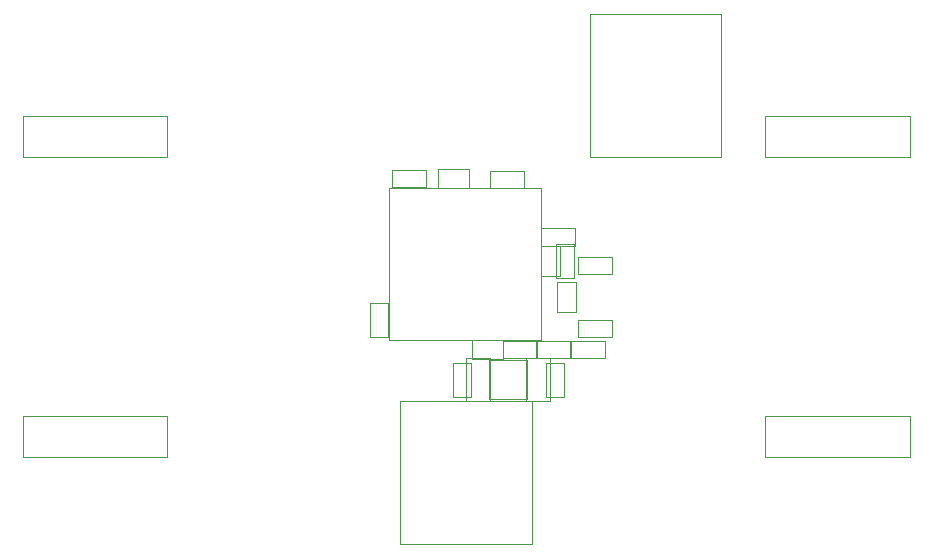
<source format=gbr>
G04 #@! TF.FileFunction,Other,User*
%FSLAX46Y46*%
G04 Gerber Fmt 4.6, Leading zero omitted, Abs format (unit mm)*
G04 Created by KiCad (PCBNEW 4.0.2-stable) date 2016年09月17日 星期六 10:25:48*
%MOMM*%
G01*
G04 APERTURE LIST*
%ADD10C,0.100000*%
%ADD11C,0.050000*%
G04 APERTURE END LIST*
D10*
D11*
X149368000Y-98320000D02*
X149368000Y-94720000D01*
X151368000Y-98320000D02*
X151368000Y-94720000D01*
X149368000Y-98320000D02*
X151368000Y-98320000D01*
X149368000Y-94720000D02*
X151368000Y-94720000D01*
X144288000Y-98320000D02*
X144288000Y-94720000D01*
X146288000Y-98320000D02*
X146288000Y-94720000D01*
X144288000Y-98320000D02*
X146288000Y-98320000D01*
X144288000Y-94720000D02*
X146288000Y-94720000D01*
X152515000Y-95070000D02*
X152515000Y-97970000D01*
X151015000Y-95070000D02*
X151015000Y-97970000D01*
X152515000Y-95070000D02*
X151015000Y-95070000D01*
X152515000Y-97970000D02*
X151015000Y-97970000D01*
X144641000Y-95070000D02*
X144641000Y-97970000D01*
X143141000Y-95070000D02*
X143141000Y-97970000D01*
X144641000Y-95070000D02*
X143141000Y-95070000D01*
X144641000Y-97970000D02*
X143141000Y-97970000D01*
X147394000Y-93230000D02*
X150294000Y-93230000D01*
X147394000Y-94730000D02*
X150294000Y-94730000D01*
X147394000Y-93230000D02*
X147394000Y-94730000D01*
X150294000Y-93230000D02*
X150294000Y-94730000D01*
X153744000Y-86118000D02*
X156644000Y-86118000D01*
X153744000Y-87618000D02*
X156644000Y-87618000D01*
X153744000Y-86118000D02*
X153744000Y-87618000D01*
X156644000Y-86118000D02*
X156644000Y-87618000D01*
X156644000Y-92952000D02*
X153744000Y-92952000D01*
X156644000Y-91452000D02*
X153744000Y-91452000D01*
X156644000Y-92952000D02*
X156644000Y-91452000D01*
X153744000Y-92952000D02*
X153744000Y-91452000D01*
X153109000Y-93230000D02*
X156009000Y-93230000D01*
X153109000Y-94730000D02*
X156009000Y-94730000D01*
X153109000Y-93230000D02*
X153109000Y-94730000D01*
X156009000Y-93230000D02*
X156009000Y-94730000D01*
X151904000Y-87937000D02*
X151904000Y-85037000D01*
X153404000Y-87937000D02*
X153404000Y-85037000D01*
X151904000Y-87937000D02*
X153404000Y-87937000D01*
X151904000Y-85037000D02*
X153404000Y-85037000D01*
X150569000Y-83705000D02*
X153469000Y-83705000D01*
X150569000Y-85205000D02*
X153469000Y-85205000D01*
X150569000Y-83705000D02*
X150569000Y-85205000D01*
X153469000Y-83705000D02*
X153469000Y-85205000D01*
X153088000Y-94730000D02*
X150188000Y-94730000D01*
X153088000Y-93230000D02*
X150188000Y-93230000D01*
X153088000Y-94730000D02*
X153088000Y-93230000D01*
X150188000Y-94730000D02*
X150188000Y-93230000D01*
X137656000Y-89990000D02*
X137656000Y-92890000D01*
X136156000Y-89990000D02*
X136156000Y-92890000D01*
X137656000Y-89990000D02*
X136156000Y-89990000D01*
X137656000Y-92890000D02*
X136156000Y-92890000D01*
X146251000Y-78815500D02*
X149151000Y-78815500D01*
X146251000Y-80315500D02*
X149151000Y-80315500D01*
X146251000Y-78815500D02*
X146251000Y-80315500D01*
X149151000Y-78815500D02*
X149151000Y-80315500D01*
X140896000Y-80252000D02*
X137996000Y-80252000D01*
X140896000Y-78752000D02*
X137996000Y-78752000D01*
X140896000Y-80252000D02*
X140896000Y-78752000D01*
X137996000Y-80252000D02*
X137996000Y-78752000D01*
X169596000Y-74196000D02*
X169596000Y-77696000D01*
X181846000Y-74196000D02*
X181846000Y-77696000D01*
X169596000Y-74196000D02*
X181846000Y-74196000D01*
X169596000Y-77696000D02*
X181846000Y-77696000D01*
X169596000Y-99596000D02*
X169596000Y-103096000D01*
X181846000Y-99596000D02*
X181846000Y-103096000D01*
X169596000Y-99596000D02*
X181846000Y-99596000D01*
X169596000Y-103096000D02*
X181846000Y-103096000D01*
X118948000Y-77696000D02*
X118948000Y-74196000D01*
X106698000Y-77696000D02*
X106698000Y-74196000D01*
X118948000Y-77696000D02*
X106698000Y-77696000D01*
X118948000Y-74196000D02*
X106698000Y-74196000D01*
X118948000Y-103096000D02*
X118948000Y-99596000D01*
X106698000Y-103096000D02*
X106698000Y-99596000D01*
X118948000Y-103096000D02*
X106698000Y-103096000D01*
X118948000Y-99596000D02*
X106698000Y-99596000D01*
X149832000Y-98322000D02*
X138682000Y-98322000D01*
X149832000Y-110472000D02*
X138682000Y-110472000D01*
X149832000Y-98322000D02*
X149832000Y-110472000D01*
X138682000Y-98322000D02*
X138682000Y-110472000D01*
X154714000Y-77700000D02*
X165864000Y-77700000D01*
X154714000Y-65550000D02*
X165864000Y-65550000D01*
X154714000Y-77700000D02*
X154714000Y-65550000D01*
X165864000Y-77700000D02*
X165864000Y-65550000D01*
X144492500Y-80302000D02*
X141892500Y-80302000D01*
X144492500Y-78702000D02*
X141892500Y-78702000D01*
X144492500Y-80302000D02*
X144492500Y-78702000D01*
X141892500Y-80302000D02*
X141892500Y-78702000D01*
X147350000Y-94780000D02*
X144750000Y-94780000D01*
X147350000Y-93180000D02*
X144750000Y-93180000D01*
X147350000Y-94780000D02*
X147350000Y-93180000D01*
X144750000Y-94780000D02*
X144750000Y-93180000D01*
X153581000Y-88235000D02*
X153581000Y-90835000D01*
X151981000Y-88235000D02*
X151981000Y-90835000D01*
X153581000Y-88235000D02*
X151981000Y-88235000D01*
X153581000Y-90835000D02*
X151981000Y-90835000D01*
X152184000Y-85187000D02*
X152184000Y-87787000D01*
X150584000Y-85187000D02*
X150584000Y-87787000D01*
X152184000Y-85187000D02*
X150584000Y-85187000D01*
X152184000Y-87787000D02*
X150584000Y-87787000D01*
X149428000Y-94870000D02*
X149428000Y-98170000D01*
X149428000Y-98170000D02*
X146228000Y-98170000D01*
X146228000Y-98170000D02*
X146228000Y-94870000D01*
X146228000Y-94870000D02*
X149428000Y-94870000D01*
X150595000Y-93191000D02*
X150595000Y-80291000D01*
X137695000Y-93191000D02*
X137695000Y-80291000D01*
X150595000Y-93191000D02*
X137695000Y-93191000D01*
X150595000Y-80291000D02*
X137695000Y-80291000D01*
M02*

</source>
